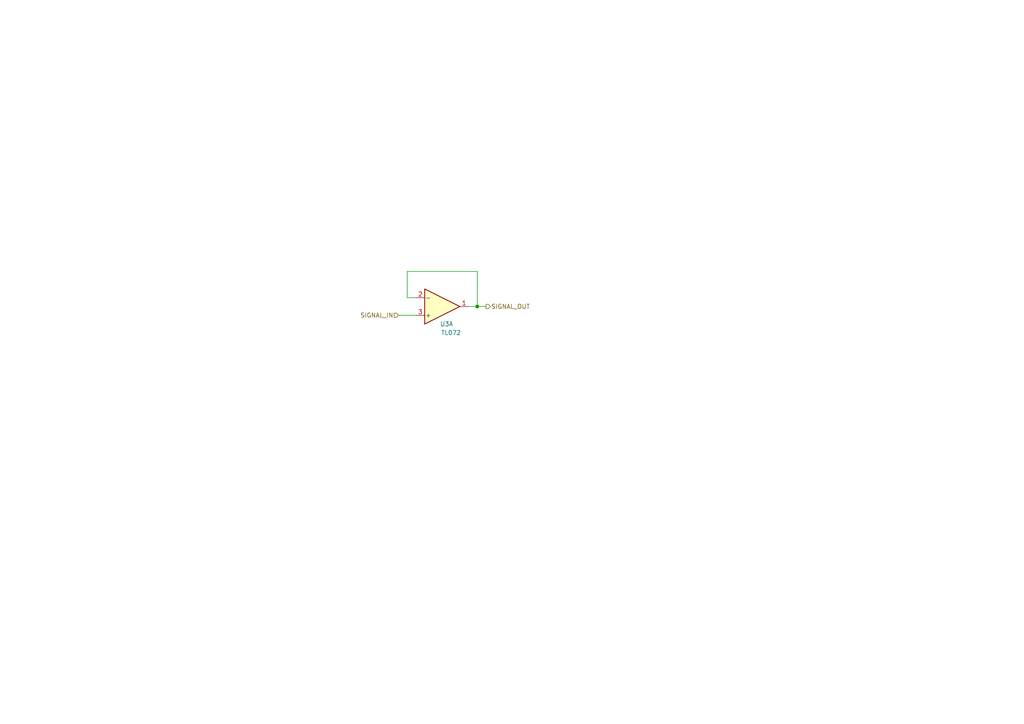
<source format=kicad_sch>
(kicad_sch (version 20211123) (generator eeschema)
  (paper "A4")
  (title_block (title "M.S.M. Stereo Lowpass Filter Pedal") (date "2022-05-20") (rev "0") (comment 2 "creativecommons.org/licenses/by/4.0") (comment 3 "License: CC by 4.0") (comment 4 "Author: Jordan Aceto"))
  (lib_symbols
    (symbol "Amplifier_Operational:TL072" (pin_names (offset 0.127))
      (property "Reference" "U" (at 0 5.08 0))
      (property "Value" "TL072" (at 0 -5.08 0))
      (symbol "TL072_1_1"
        (polyline (pts (xy -5.08 5.08) (xy 5.08 0) (xy -5.08 -5.08) (xy -5.08 5.08)) (stroke (width 0.254)) (fill (type background)))
        (pin output line (at 7.62 0 180) (length 2.54) (name "~") (number "1"))
        (pin input line (at -7.62 -2.54 0) (length 2.54) (name "-") (number "2"))
        (pin input line (at -7.62 2.54 0) (length 2.54) (name "+") (number "3"))
      )
      (symbol "TL072_2_1"
        (polyline (pts (xy -5.08 5.08) (xy 5.08 0) (xy -5.08 -5.08) (xy -5.08 5.08)) (stroke (width 0.254)) (fill (type background)))
        (pin input line (at -7.62 2.54 0) (length 2.54) (name "+") (number "5"))
        (pin input line (at -7.62 -2.54 0) (length 2.54) (name "-") (number "6"))
        (pin output line (at 7.62 0 180) (length 2.54) (name "~") (number "7"))
      )
      (symbol "TL072_3_1"
        (pin power_in line (at -2.54 -7.62 90) (length 3.81) (name "V-") (number "4"))
        (pin power_in line (at -2.54 7.62 270) (length 3.81) (name "V+") (number "8"))
      )
    )
  )
  (junction (at 138.43 88.9))
  (wire (pts (xy 138.43 88.9) (xy 140.97 88.9)))
  (wire (pts (xy 115.57 91.44) (xy 120.65 91.44)))
  (wire (pts (xy 118.11 86.36) (xy 120.65 86.36)))
  (wire (pts (xy 118.11 78.74) (xy 118.11 86.36)))
  (wire (pts (xy 138.43 78.74) (xy 118.11 78.74)))
  (wire (pts (xy 135.89 88.9) (xy 138.43 88.9)))
  (wire (pts (xy 138.43 88.9) (xy 138.43 78.74)))
  (hierarchical_label "SIGNAL_OUT" (shape output) (at 140.97 88.9 0))
  (hierarchical_label "SIGNAL_IN" (shape input) (at 115.57 91.44 180))
  (symbol (lib_id "Amplifier_Operational:TL072") (at 128.27 88.9 0) (mirror x) (unit 1)
    (property "Reference" "U3" (at 129.54 93.98 0))
    (property "Value" "TL072" (at 130.81 96.52 0))
    (property "Footprint" "Package_SO:SOIC-8_3.9x4.9mm_P1.27mm" (effects hide))
    (property "Datasheet" "http://www.ti.com/lit/ds/symlink/tl071.pdf" (effects hide))
  )
)
</source>
